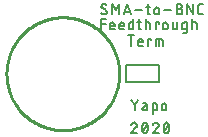
<source format=gto>
G04 EAGLE Gerber RS-274X export*
G75*
%MOMM*%
%FSLAX34Y34*%
%LPD*%
%INSilkscreen Top*%
%IPPOS*%
%AMOC8*
5,1,8,0,0,1.08239X$1,22.5*%
G01*
%ADD10C,0.127000*%
%ADD11C,0.254000*%


D10*
X92498Y126365D02*
X92584Y126367D01*
X92670Y126373D01*
X92756Y126382D01*
X92841Y126395D01*
X92926Y126412D01*
X93009Y126432D01*
X93092Y126456D01*
X93174Y126484D01*
X93254Y126515D01*
X93333Y126550D01*
X93410Y126588D01*
X93486Y126630D01*
X93560Y126674D01*
X93631Y126722D01*
X93701Y126773D01*
X93768Y126827D01*
X93833Y126884D01*
X93895Y126944D01*
X93955Y127006D01*
X94012Y127071D01*
X94066Y127138D01*
X94117Y127208D01*
X94165Y127279D01*
X94209Y127353D01*
X94251Y127429D01*
X94289Y127506D01*
X94324Y127585D01*
X94355Y127665D01*
X94383Y127747D01*
X94407Y127830D01*
X94427Y127913D01*
X94444Y127998D01*
X94457Y128083D01*
X94466Y128169D01*
X94472Y128255D01*
X94474Y128341D01*
X92498Y126365D02*
X92371Y126367D01*
X92245Y126373D01*
X92118Y126382D01*
X91992Y126396D01*
X91867Y126413D01*
X91742Y126434D01*
X91618Y126459D01*
X91494Y126488D01*
X91372Y126520D01*
X91250Y126556D01*
X91130Y126596D01*
X91011Y126639D01*
X90893Y126686D01*
X90777Y126737D01*
X90662Y126791D01*
X90549Y126848D01*
X90438Y126909D01*
X90329Y126973D01*
X90222Y127041D01*
X90116Y127111D01*
X90013Y127185D01*
X89913Y127262D01*
X89815Y127342D01*
X89719Y127425D01*
X89626Y127511D01*
X89535Y127600D01*
X89782Y133279D02*
X89784Y133365D01*
X89790Y133451D01*
X89799Y133537D01*
X89812Y133622D01*
X89829Y133707D01*
X89849Y133790D01*
X89873Y133873D01*
X89901Y133955D01*
X89932Y134035D01*
X89967Y134114D01*
X90005Y134191D01*
X90047Y134267D01*
X90091Y134341D01*
X90139Y134412D01*
X90190Y134482D01*
X90244Y134549D01*
X90301Y134614D01*
X90361Y134676D01*
X90423Y134736D01*
X90488Y134793D01*
X90555Y134847D01*
X90625Y134898D01*
X90696Y134946D01*
X90770Y134990D01*
X90846Y135032D01*
X90923Y135070D01*
X91002Y135105D01*
X91082Y135136D01*
X91164Y135164D01*
X91247Y135188D01*
X91330Y135208D01*
X91415Y135225D01*
X91500Y135238D01*
X91586Y135247D01*
X91672Y135253D01*
X91758Y135255D01*
X91877Y135253D01*
X91996Y135247D01*
X92115Y135238D01*
X92233Y135224D01*
X92351Y135207D01*
X92469Y135186D01*
X92585Y135161D01*
X92701Y135133D01*
X92816Y135101D01*
X92929Y135065D01*
X93042Y135025D01*
X93153Y134982D01*
X93263Y134936D01*
X93371Y134886D01*
X93477Y134832D01*
X93582Y134775D01*
X93684Y134715D01*
X93785Y134651D01*
X93884Y134584D01*
X93980Y134514D01*
X90770Y131551D02*
X90696Y131596D01*
X90624Y131645D01*
X90554Y131697D01*
X90487Y131752D01*
X90422Y131810D01*
X90360Y131870D01*
X90301Y131933D01*
X90244Y131999D01*
X90190Y132067D01*
X90139Y132137D01*
X90091Y132209D01*
X90046Y132284D01*
X90005Y132360D01*
X89967Y132438D01*
X89932Y132518D01*
X89901Y132599D01*
X89873Y132681D01*
X89849Y132764D01*
X89829Y132848D01*
X89812Y132934D01*
X89799Y133019D01*
X89790Y133106D01*
X89784Y133192D01*
X89782Y133279D01*
X93485Y130069D02*
X93559Y130024D01*
X93631Y129975D01*
X93701Y129923D01*
X93768Y129868D01*
X93833Y129810D01*
X93895Y129750D01*
X93955Y129687D01*
X94011Y129621D01*
X94065Y129553D01*
X94116Y129483D01*
X94164Y129411D01*
X94209Y129336D01*
X94250Y129260D01*
X94288Y129182D01*
X94323Y129102D01*
X94354Y129021D01*
X94382Y128939D01*
X94406Y128856D01*
X94426Y128772D01*
X94443Y128686D01*
X94456Y128601D01*
X94465Y128514D01*
X94471Y128428D01*
X94473Y128341D01*
X93486Y130069D02*
X90770Y131551D01*
X98795Y135255D02*
X98795Y126365D01*
X101758Y130316D02*
X98795Y135255D01*
X101758Y130316D02*
X104721Y135255D01*
X104721Y126365D01*
X108853Y126365D02*
X111816Y135255D01*
X114780Y126365D01*
X114039Y128588D02*
X109594Y128588D01*
X118607Y129822D02*
X124533Y129822D01*
X127918Y132292D02*
X130882Y132292D01*
X128906Y135255D02*
X128906Y127847D01*
X128908Y127772D01*
X128914Y127697D01*
X128923Y127623D01*
X128936Y127549D01*
X128953Y127476D01*
X128974Y127403D01*
X128998Y127332D01*
X129026Y127263D01*
X129057Y127194D01*
X129092Y127128D01*
X129130Y127063D01*
X129172Y127000D01*
X129216Y126940D01*
X129264Y126882D01*
X129314Y126826D01*
X129367Y126773D01*
X129423Y126723D01*
X129481Y126675D01*
X129541Y126631D01*
X129604Y126589D01*
X129669Y126551D01*
X129735Y126516D01*
X129804Y126485D01*
X129873Y126457D01*
X129944Y126433D01*
X130017Y126412D01*
X130090Y126395D01*
X130164Y126382D01*
X130238Y126373D01*
X130313Y126367D01*
X130388Y126365D01*
X130882Y126365D01*
X134530Y128341D02*
X134530Y130316D01*
X134529Y130316D02*
X134531Y130403D01*
X134537Y130491D01*
X134546Y130578D01*
X134560Y130664D01*
X134577Y130750D01*
X134598Y130834D01*
X134623Y130918D01*
X134652Y131001D01*
X134684Y131082D01*
X134719Y131162D01*
X134758Y131240D01*
X134801Y131317D01*
X134847Y131391D01*
X134896Y131463D01*
X134948Y131533D01*
X135004Y131601D01*
X135062Y131666D01*
X135123Y131729D01*
X135187Y131788D01*
X135254Y131845D01*
X135322Y131899D01*
X135394Y131950D01*
X135467Y131997D01*
X135542Y132042D01*
X135620Y132083D01*
X135699Y132120D01*
X135779Y132154D01*
X135861Y132184D01*
X135944Y132211D01*
X136029Y132234D01*
X136114Y132253D01*
X136200Y132268D01*
X136287Y132280D01*
X136374Y132288D01*
X136461Y132292D01*
X136549Y132292D01*
X136636Y132288D01*
X136723Y132280D01*
X136810Y132268D01*
X136896Y132253D01*
X136981Y132234D01*
X137066Y132211D01*
X137149Y132184D01*
X137231Y132154D01*
X137311Y132120D01*
X137390Y132083D01*
X137468Y132042D01*
X137543Y131997D01*
X137616Y131950D01*
X137688Y131899D01*
X137756Y131845D01*
X137823Y131788D01*
X137887Y131729D01*
X137948Y131666D01*
X138006Y131601D01*
X138062Y131533D01*
X138114Y131463D01*
X138163Y131391D01*
X138209Y131317D01*
X138252Y131240D01*
X138291Y131162D01*
X138326Y131082D01*
X138358Y131001D01*
X138387Y130918D01*
X138412Y130834D01*
X138433Y130750D01*
X138450Y130664D01*
X138464Y130578D01*
X138473Y130491D01*
X138479Y130403D01*
X138481Y130316D01*
X138481Y128341D01*
X138479Y128254D01*
X138473Y128166D01*
X138464Y128079D01*
X138450Y127993D01*
X138433Y127907D01*
X138412Y127823D01*
X138387Y127739D01*
X138358Y127656D01*
X138326Y127575D01*
X138291Y127495D01*
X138252Y127417D01*
X138209Y127340D01*
X138163Y127266D01*
X138114Y127194D01*
X138062Y127124D01*
X138006Y127056D01*
X137948Y126991D01*
X137887Y126928D01*
X137823Y126869D01*
X137756Y126812D01*
X137688Y126758D01*
X137616Y126707D01*
X137543Y126660D01*
X137468Y126615D01*
X137390Y126574D01*
X137311Y126537D01*
X137231Y126503D01*
X137149Y126473D01*
X137066Y126446D01*
X136981Y126423D01*
X136896Y126404D01*
X136810Y126389D01*
X136723Y126377D01*
X136636Y126369D01*
X136549Y126365D01*
X136461Y126365D01*
X136374Y126369D01*
X136287Y126377D01*
X136200Y126389D01*
X136114Y126404D01*
X136029Y126423D01*
X135944Y126446D01*
X135861Y126473D01*
X135779Y126503D01*
X135699Y126537D01*
X135620Y126574D01*
X135542Y126615D01*
X135467Y126660D01*
X135394Y126707D01*
X135322Y126758D01*
X135254Y126812D01*
X135187Y126869D01*
X135123Y126928D01*
X135062Y126991D01*
X135004Y127056D01*
X134948Y127124D01*
X134896Y127194D01*
X134847Y127266D01*
X134801Y127340D01*
X134758Y127417D01*
X134719Y127495D01*
X134684Y127575D01*
X134652Y127656D01*
X134623Y127739D01*
X134598Y127823D01*
X134577Y127907D01*
X134560Y127993D01*
X134546Y128079D01*
X134537Y128166D01*
X134531Y128254D01*
X134529Y128341D01*
X142686Y129822D02*
X148612Y129822D01*
X153412Y131304D02*
X155881Y131304D01*
X155881Y131303D02*
X155979Y131301D01*
X156077Y131295D01*
X156175Y131285D01*
X156272Y131272D01*
X156369Y131254D01*
X156465Y131233D01*
X156559Y131208D01*
X156653Y131179D01*
X156746Y131147D01*
X156837Y131110D01*
X156927Y131071D01*
X157015Y131027D01*
X157101Y130980D01*
X157186Y130930D01*
X157268Y130877D01*
X157348Y130820D01*
X157426Y130760D01*
X157501Y130697D01*
X157574Y130631D01*
X157644Y130562D01*
X157711Y130491D01*
X157776Y130417D01*
X157837Y130340D01*
X157896Y130261D01*
X157951Y130180D01*
X158003Y130097D01*
X158051Y130011D01*
X158096Y129924D01*
X158138Y129835D01*
X158176Y129745D01*
X158210Y129653D01*
X158241Y129560D01*
X158268Y129465D01*
X158291Y129370D01*
X158311Y129273D01*
X158326Y129177D01*
X158338Y129079D01*
X158346Y128981D01*
X158350Y128883D01*
X158350Y128785D01*
X158346Y128687D01*
X158338Y128589D01*
X158326Y128491D01*
X158311Y128395D01*
X158291Y128298D01*
X158268Y128203D01*
X158241Y128108D01*
X158210Y128015D01*
X158176Y127923D01*
X158138Y127833D01*
X158096Y127744D01*
X158051Y127657D01*
X158003Y127571D01*
X157951Y127488D01*
X157896Y127407D01*
X157837Y127328D01*
X157776Y127251D01*
X157711Y127177D01*
X157644Y127106D01*
X157574Y127037D01*
X157501Y126971D01*
X157426Y126908D01*
X157348Y126848D01*
X157268Y126791D01*
X157186Y126738D01*
X157101Y126688D01*
X157015Y126641D01*
X156927Y126597D01*
X156837Y126558D01*
X156746Y126521D01*
X156653Y126489D01*
X156559Y126460D01*
X156465Y126435D01*
X156369Y126414D01*
X156272Y126396D01*
X156175Y126383D01*
X156077Y126373D01*
X155979Y126367D01*
X155881Y126365D01*
X153412Y126365D01*
X153412Y135255D01*
X155881Y135255D01*
X155968Y135253D01*
X156056Y135247D01*
X156143Y135238D01*
X156229Y135224D01*
X156315Y135207D01*
X156399Y135186D01*
X156483Y135161D01*
X156566Y135132D01*
X156647Y135100D01*
X156727Y135065D01*
X156805Y135026D01*
X156882Y134983D01*
X156956Y134937D01*
X157028Y134888D01*
X157098Y134836D01*
X157166Y134780D01*
X157231Y134722D01*
X157294Y134661D01*
X157353Y134597D01*
X157410Y134530D01*
X157464Y134462D01*
X157515Y134390D01*
X157562Y134317D01*
X157607Y134242D01*
X157648Y134164D01*
X157685Y134085D01*
X157719Y134005D01*
X157749Y133923D01*
X157776Y133840D01*
X157799Y133755D01*
X157818Y133670D01*
X157833Y133584D01*
X157845Y133497D01*
X157853Y133410D01*
X157857Y133323D01*
X157857Y133235D01*
X157853Y133148D01*
X157845Y133061D01*
X157833Y132974D01*
X157818Y132888D01*
X157799Y132803D01*
X157776Y132718D01*
X157749Y132635D01*
X157719Y132553D01*
X157685Y132473D01*
X157648Y132394D01*
X157607Y132316D01*
X157562Y132241D01*
X157515Y132168D01*
X157464Y132096D01*
X157410Y132028D01*
X157353Y131961D01*
X157294Y131897D01*
X157231Y131836D01*
X157166Y131778D01*
X157098Y131722D01*
X157028Y131670D01*
X156956Y131621D01*
X156882Y131575D01*
X156805Y131532D01*
X156727Y131493D01*
X156647Y131458D01*
X156566Y131426D01*
X156483Y131397D01*
X156399Y131372D01*
X156315Y131351D01*
X156229Y131334D01*
X156143Y131320D01*
X156056Y131311D01*
X155968Y131305D01*
X155881Y131303D01*
X162382Y135255D02*
X162382Y126365D01*
X167321Y126365D02*
X162382Y135255D01*
X167321Y135255D02*
X167321Y126365D01*
X173772Y126365D02*
X175748Y126365D01*
X173772Y126365D02*
X173686Y126367D01*
X173600Y126373D01*
X173514Y126382D01*
X173429Y126395D01*
X173344Y126412D01*
X173261Y126432D01*
X173178Y126456D01*
X173096Y126484D01*
X173016Y126515D01*
X172937Y126550D01*
X172860Y126588D01*
X172784Y126630D01*
X172710Y126674D01*
X172639Y126722D01*
X172569Y126773D01*
X172502Y126827D01*
X172437Y126884D01*
X172375Y126944D01*
X172315Y127006D01*
X172258Y127071D01*
X172204Y127138D01*
X172153Y127208D01*
X172105Y127279D01*
X172061Y127353D01*
X172019Y127429D01*
X171981Y127506D01*
X171946Y127585D01*
X171915Y127665D01*
X171887Y127747D01*
X171863Y127830D01*
X171843Y127913D01*
X171826Y127998D01*
X171813Y128083D01*
X171804Y128169D01*
X171798Y128255D01*
X171796Y128341D01*
X171797Y128341D02*
X171797Y133279D01*
X171796Y133279D02*
X171798Y133368D01*
X171804Y133456D01*
X171814Y133544D01*
X171828Y133632D01*
X171846Y133719D01*
X171867Y133805D01*
X171893Y133890D01*
X171922Y133973D01*
X171955Y134056D01*
X171992Y134136D01*
X172032Y134215D01*
X172076Y134292D01*
X172123Y134368D01*
X172173Y134440D01*
X172227Y134511D01*
X172284Y134579D01*
X172344Y134645D01*
X172406Y134707D01*
X172472Y134767D01*
X172540Y134824D01*
X172611Y134878D01*
X172683Y134928D01*
X172758Y134975D01*
X172836Y135019D01*
X172915Y135059D01*
X172995Y135096D01*
X173078Y135129D01*
X173161Y135158D01*
X173246Y135184D01*
X173332Y135205D01*
X173419Y135223D01*
X173507Y135237D01*
X173595Y135247D01*
X173683Y135253D01*
X173772Y135255D01*
X175748Y135255D01*
X89535Y122555D02*
X89535Y113665D01*
X89535Y122555D02*
X93486Y122555D01*
X93486Y118604D02*
X89535Y118604D01*
X98498Y113665D02*
X100967Y113665D01*
X98498Y113665D02*
X98423Y113667D01*
X98348Y113673D01*
X98274Y113682D01*
X98200Y113695D01*
X98127Y113712D01*
X98054Y113733D01*
X97983Y113757D01*
X97914Y113785D01*
X97845Y113816D01*
X97779Y113851D01*
X97714Y113889D01*
X97651Y113931D01*
X97591Y113975D01*
X97533Y114023D01*
X97477Y114073D01*
X97424Y114126D01*
X97374Y114182D01*
X97326Y114240D01*
X97282Y114300D01*
X97240Y114363D01*
X97202Y114428D01*
X97167Y114494D01*
X97136Y114563D01*
X97108Y114632D01*
X97084Y114703D01*
X97063Y114776D01*
X97046Y114849D01*
X97033Y114923D01*
X97024Y114997D01*
X97018Y115072D01*
X97016Y115147D01*
X97016Y117616D01*
X97018Y117703D01*
X97024Y117791D01*
X97033Y117878D01*
X97047Y117964D01*
X97064Y118050D01*
X97085Y118134D01*
X97110Y118218D01*
X97139Y118301D01*
X97171Y118382D01*
X97206Y118462D01*
X97245Y118540D01*
X97288Y118617D01*
X97334Y118691D01*
X97383Y118763D01*
X97435Y118833D01*
X97491Y118901D01*
X97549Y118966D01*
X97610Y119029D01*
X97674Y119088D01*
X97741Y119145D01*
X97809Y119199D01*
X97881Y119250D01*
X97954Y119297D01*
X98029Y119342D01*
X98107Y119383D01*
X98186Y119420D01*
X98266Y119454D01*
X98348Y119484D01*
X98431Y119511D01*
X98516Y119534D01*
X98601Y119553D01*
X98687Y119568D01*
X98774Y119580D01*
X98861Y119588D01*
X98948Y119592D01*
X99036Y119592D01*
X99123Y119588D01*
X99210Y119580D01*
X99297Y119568D01*
X99383Y119553D01*
X99468Y119534D01*
X99553Y119511D01*
X99636Y119484D01*
X99718Y119454D01*
X99798Y119420D01*
X99877Y119383D01*
X99955Y119342D01*
X100030Y119297D01*
X100103Y119250D01*
X100175Y119199D01*
X100243Y119145D01*
X100310Y119088D01*
X100374Y119029D01*
X100435Y118966D01*
X100493Y118901D01*
X100549Y118833D01*
X100601Y118763D01*
X100650Y118691D01*
X100696Y118617D01*
X100739Y118540D01*
X100778Y118462D01*
X100813Y118382D01*
X100845Y118301D01*
X100874Y118218D01*
X100899Y118134D01*
X100920Y118050D01*
X100937Y117964D01*
X100951Y117878D01*
X100960Y117791D01*
X100966Y117703D01*
X100968Y117616D01*
X100967Y117616D02*
X100967Y116628D01*
X97016Y116628D01*
X106423Y113665D02*
X108892Y113665D01*
X106423Y113665D02*
X106348Y113667D01*
X106273Y113673D01*
X106199Y113682D01*
X106125Y113695D01*
X106052Y113712D01*
X105979Y113733D01*
X105908Y113757D01*
X105839Y113785D01*
X105770Y113816D01*
X105704Y113851D01*
X105639Y113889D01*
X105576Y113931D01*
X105516Y113975D01*
X105458Y114023D01*
X105402Y114073D01*
X105349Y114126D01*
X105299Y114182D01*
X105251Y114240D01*
X105207Y114300D01*
X105165Y114363D01*
X105127Y114428D01*
X105092Y114494D01*
X105061Y114563D01*
X105033Y114632D01*
X105009Y114703D01*
X104988Y114776D01*
X104971Y114849D01*
X104958Y114923D01*
X104949Y114997D01*
X104943Y115072D01*
X104941Y115147D01*
X104941Y117616D01*
X104940Y117616D02*
X104942Y117703D01*
X104948Y117791D01*
X104957Y117878D01*
X104971Y117964D01*
X104988Y118050D01*
X105009Y118134D01*
X105034Y118218D01*
X105063Y118301D01*
X105095Y118382D01*
X105130Y118462D01*
X105169Y118540D01*
X105212Y118617D01*
X105258Y118691D01*
X105307Y118763D01*
X105359Y118833D01*
X105415Y118901D01*
X105473Y118966D01*
X105534Y119029D01*
X105598Y119088D01*
X105665Y119145D01*
X105733Y119199D01*
X105805Y119250D01*
X105878Y119297D01*
X105953Y119342D01*
X106031Y119383D01*
X106110Y119420D01*
X106190Y119454D01*
X106272Y119484D01*
X106355Y119511D01*
X106440Y119534D01*
X106525Y119553D01*
X106611Y119568D01*
X106698Y119580D01*
X106785Y119588D01*
X106872Y119592D01*
X106960Y119592D01*
X107047Y119588D01*
X107134Y119580D01*
X107221Y119568D01*
X107307Y119553D01*
X107392Y119534D01*
X107477Y119511D01*
X107560Y119484D01*
X107642Y119454D01*
X107722Y119420D01*
X107801Y119383D01*
X107879Y119342D01*
X107954Y119297D01*
X108027Y119250D01*
X108099Y119199D01*
X108167Y119145D01*
X108234Y119088D01*
X108298Y119029D01*
X108359Y118966D01*
X108417Y118901D01*
X108473Y118833D01*
X108525Y118763D01*
X108574Y118691D01*
X108620Y118617D01*
X108663Y118540D01*
X108702Y118462D01*
X108737Y118382D01*
X108769Y118301D01*
X108798Y118218D01*
X108823Y118134D01*
X108844Y118050D01*
X108861Y117964D01*
X108875Y117878D01*
X108884Y117791D01*
X108890Y117703D01*
X108892Y117616D01*
X108892Y116628D01*
X104941Y116628D01*
X116756Y113665D02*
X116756Y122555D01*
X116756Y113665D02*
X114287Y113665D01*
X114212Y113667D01*
X114137Y113673D01*
X114063Y113682D01*
X113989Y113695D01*
X113916Y113712D01*
X113843Y113733D01*
X113772Y113757D01*
X113703Y113785D01*
X113634Y113816D01*
X113568Y113851D01*
X113503Y113889D01*
X113440Y113931D01*
X113380Y113975D01*
X113322Y114023D01*
X113266Y114073D01*
X113213Y114126D01*
X113163Y114182D01*
X113115Y114240D01*
X113071Y114300D01*
X113029Y114363D01*
X112991Y114428D01*
X112956Y114494D01*
X112925Y114563D01*
X112897Y114632D01*
X112873Y114703D01*
X112852Y114776D01*
X112835Y114849D01*
X112822Y114923D01*
X112813Y114997D01*
X112807Y115072D01*
X112805Y115147D01*
X112805Y118110D01*
X112807Y118185D01*
X112813Y118260D01*
X112822Y118334D01*
X112835Y118408D01*
X112852Y118481D01*
X112873Y118554D01*
X112897Y118625D01*
X112925Y118694D01*
X112956Y118763D01*
X112991Y118829D01*
X113029Y118894D01*
X113071Y118957D01*
X113115Y119017D01*
X113163Y119075D01*
X113213Y119131D01*
X113266Y119184D01*
X113322Y119234D01*
X113380Y119282D01*
X113440Y119326D01*
X113503Y119368D01*
X113568Y119406D01*
X113634Y119441D01*
X113703Y119472D01*
X113772Y119500D01*
X113843Y119524D01*
X113916Y119545D01*
X113989Y119562D01*
X114063Y119575D01*
X114137Y119584D01*
X114212Y119590D01*
X114287Y119592D01*
X116756Y119592D01*
X120275Y119592D02*
X123239Y119592D01*
X121263Y122555D02*
X121263Y115147D01*
X121265Y115072D01*
X121271Y114997D01*
X121280Y114923D01*
X121293Y114849D01*
X121310Y114776D01*
X121331Y114703D01*
X121355Y114632D01*
X121383Y114563D01*
X121414Y114494D01*
X121449Y114428D01*
X121487Y114363D01*
X121529Y114300D01*
X121573Y114240D01*
X121621Y114182D01*
X121671Y114126D01*
X121724Y114073D01*
X121780Y114023D01*
X121838Y113975D01*
X121898Y113931D01*
X121961Y113889D01*
X122026Y113851D01*
X122092Y113816D01*
X122161Y113785D01*
X122230Y113757D01*
X122301Y113733D01*
X122374Y113712D01*
X122447Y113695D01*
X122521Y113682D01*
X122595Y113673D01*
X122670Y113667D01*
X122745Y113665D01*
X123239Y113665D01*
X127191Y113665D02*
X127191Y122555D01*
X127191Y119592D02*
X129661Y119592D01*
X129736Y119590D01*
X129811Y119584D01*
X129885Y119575D01*
X129959Y119562D01*
X130032Y119545D01*
X130105Y119524D01*
X130176Y119500D01*
X130245Y119472D01*
X130314Y119441D01*
X130380Y119406D01*
X130445Y119368D01*
X130508Y119326D01*
X130568Y119282D01*
X130626Y119234D01*
X130682Y119184D01*
X130735Y119131D01*
X130785Y119075D01*
X130833Y119017D01*
X130877Y118957D01*
X130919Y118894D01*
X130957Y118829D01*
X130992Y118763D01*
X131023Y118694D01*
X131051Y118625D01*
X131075Y118554D01*
X131096Y118481D01*
X131113Y118408D01*
X131126Y118334D01*
X131135Y118260D01*
X131141Y118185D01*
X131143Y118110D01*
X131142Y118110D02*
X131142Y113665D01*
X135794Y113665D02*
X135794Y119592D01*
X138757Y119592D01*
X138757Y118604D01*
X141822Y117616D02*
X141822Y115641D01*
X141821Y117616D02*
X141823Y117703D01*
X141829Y117791D01*
X141838Y117878D01*
X141852Y117964D01*
X141869Y118050D01*
X141890Y118134D01*
X141915Y118218D01*
X141944Y118301D01*
X141976Y118382D01*
X142011Y118462D01*
X142050Y118540D01*
X142093Y118617D01*
X142139Y118691D01*
X142188Y118763D01*
X142240Y118833D01*
X142296Y118901D01*
X142354Y118966D01*
X142415Y119029D01*
X142479Y119088D01*
X142546Y119145D01*
X142614Y119199D01*
X142686Y119250D01*
X142759Y119297D01*
X142834Y119342D01*
X142912Y119383D01*
X142991Y119420D01*
X143071Y119454D01*
X143153Y119484D01*
X143236Y119511D01*
X143321Y119534D01*
X143406Y119553D01*
X143492Y119568D01*
X143579Y119580D01*
X143666Y119588D01*
X143753Y119592D01*
X143841Y119592D01*
X143928Y119588D01*
X144015Y119580D01*
X144102Y119568D01*
X144188Y119553D01*
X144273Y119534D01*
X144358Y119511D01*
X144441Y119484D01*
X144523Y119454D01*
X144603Y119420D01*
X144682Y119383D01*
X144760Y119342D01*
X144835Y119297D01*
X144908Y119250D01*
X144980Y119199D01*
X145048Y119145D01*
X145115Y119088D01*
X145179Y119029D01*
X145240Y118966D01*
X145298Y118901D01*
X145354Y118833D01*
X145406Y118763D01*
X145455Y118691D01*
X145501Y118617D01*
X145544Y118540D01*
X145583Y118462D01*
X145618Y118382D01*
X145650Y118301D01*
X145679Y118218D01*
X145704Y118134D01*
X145725Y118050D01*
X145742Y117964D01*
X145756Y117878D01*
X145765Y117791D01*
X145771Y117703D01*
X145773Y117616D01*
X145773Y115641D01*
X145771Y115554D01*
X145765Y115466D01*
X145756Y115379D01*
X145742Y115293D01*
X145725Y115207D01*
X145704Y115123D01*
X145679Y115039D01*
X145650Y114956D01*
X145618Y114875D01*
X145583Y114795D01*
X145544Y114717D01*
X145501Y114640D01*
X145455Y114566D01*
X145406Y114494D01*
X145354Y114424D01*
X145298Y114356D01*
X145240Y114291D01*
X145179Y114228D01*
X145115Y114169D01*
X145048Y114112D01*
X144980Y114058D01*
X144908Y114007D01*
X144835Y113960D01*
X144760Y113915D01*
X144682Y113874D01*
X144603Y113837D01*
X144523Y113803D01*
X144441Y113773D01*
X144358Y113746D01*
X144273Y113723D01*
X144188Y113704D01*
X144102Y113689D01*
X144015Y113677D01*
X143928Y113669D01*
X143841Y113665D01*
X143753Y113665D01*
X143666Y113669D01*
X143579Y113677D01*
X143492Y113689D01*
X143406Y113704D01*
X143321Y113723D01*
X143236Y113746D01*
X143153Y113773D01*
X143071Y113803D01*
X142991Y113837D01*
X142912Y113874D01*
X142834Y113915D01*
X142759Y113960D01*
X142686Y114007D01*
X142614Y114058D01*
X142546Y114112D01*
X142479Y114169D01*
X142415Y114228D01*
X142354Y114291D01*
X142296Y114356D01*
X142240Y114424D01*
X142188Y114494D01*
X142139Y114566D01*
X142093Y114640D01*
X142050Y114717D01*
X142011Y114795D01*
X141976Y114875D01*
X141944Y114956D01*
X141915Y115039D01*
X141890Y115123D01*
X141869Y115207D01*
X141852Y115293D01*
X141838Y115379D01*
X141829Y115466D01*
X141823Y115554D01*
X141821Y115641D01*
X150051Y115147D02*
X150051Y119592D01*
X150051Y115147D02*
X150053Y115072D01*
X150059Y114997D01*
X150068Y114923D01*
X150081Y114849D01*
X150098Y114776D01*
X150119Y114703D01*
X150143Y114632D01*
X150171Y114563D01*
X150202Y114494D01*
X150237Y114428D01*
X150275Y114363D01*
X150317Y114300D01*
X150361Y114240D01*
X150409Y114182D01*
X150459Y114126D01*
X150512Y114073D01*
X150568Y114023D01*
X150626Y113975D01*
X150686Y113931D01*
X150749Y113889D01*
X150814Y113851D01*
X150880Y113816D01*
X150949Y113785D01*
X151018Y113757D01*
X151089Y113733D01*
X151162Y113712D01*
X151235Y113695D01*
X151309Y113682D01*
X151383Y113673D01*
X151458Y113667D01*
X151533Y113665D01*
X154002Y113665D01*
X154002Y119592D01*
X159702Y113665D02*
X162171Y113665D01*
X159702Y113665D02*
X159627Y113667D01*
X159552Y113673D01*
X159478Y113682D01*
X159404Y113695D01*
X159331Y113712D01*
X159258Y113733D01*
X159187Y113757D01*
X159118Y113785D01*
X159049Y113816D01*
X158983Y113851D01*
X158918Y113889D01*
X158855Y113931D01*
X158795Y113975D01*
X158737Y114023D01*
X158681Y114073D01*
X158628Y114126D01*
X158578Y114182D01*
X158530Y114240D01*
X158486Y114300D01*
X158444Y114363D01*
X158406Y114428D01*
X158371Y114494D01*
X158340Y114563D01*
X158312Y114632D01*
X158288Y114703D01*
X158267Y114776D01*
X158250Y114849D01*
X158237Y114923D01*
X158228Y114997D01*
X158222Y115072D01*
X158220Y115147D01*
X158220Y118110D01*
X158222Y118185D01*
X158228Y118260D01*
X158237Y118334D01*
X158250Y118408D01*
X158267Y118481D01*
X158288Y118554D01*
X158312Y118625D01*
X158340Y118694D01*
X158371Y118763D01*
X158406Y118829D01*
X158444Y118894D01*
X158486Y118957D01*
X158530Y119017D01*
X158578Y119075D01*
X158628Y119131D01*
X158681Y119184D01*
X158737Y119234D01*
X158795Y119282D01*
X158855Y119326D01*
X158918Y119368D01*
X158983Y119406D01*
X159049Y119441D01*
X159118Y119472D01*
X159187Y119500D01*
X159258Y119524D01*
X159331Y119545D01*
X159404Y119562D01*
X159478Y119575D01*
X159552Y119584D01*
X159627Y119590D01*
X159702Y119592D01*
X162171Y119592D01*
X162171Y112183D01*
X162172Y112183D02*
X162170Y112108D01*
X162164Y112033D01*
X162155Y111959D01*
X162142Y111885D01*
X162125Y111812D01*
X162104Y111739D01*
X162080Y111668D01*
X162052Y111599D01*
X162021Y111530D01*
X161986Y111464D01*
X161948Y111399D01*
X161906Y111336D01*
X161862Y111276D01*
X161814Y111218D01*
X161764Y111162D01*
X161711Y111109D01*
X161655Y111059D01*
X161597Y111011D01*
X161537Y110967D01*
X161474Y110925D01*
X161409Y110887D01*
X161343Y110852D01*
X161274Y110821D01*
X161205Y110793D01*
X161134Y110769D01*
X161061Y110748D01*
X160988Y110731D01*
X160914Y110718D01*
X160840Y110709D01*
X160765Y110703D01*
X160690Y110701D01*
X160690Y110702D02*
X158714Y110702D01*
X166815Y113665D02*
X166815Y122555D01*
X166815Y119592D02*
X169284Y119592D01*
X169359Y119590D01*
X169434Y119584D01*
X169508Y119575D01*
X169582Y119562D01*
X169655Y119545D01*
X169728Y119524D01*
X169799Y119500D01*
X169868Y119472D01*
X169937Y119441D01*
X170003Y119406D01*
X170068Y119368D01*
X170131Y119326D01*
X170191Y119282D01*
X170249Y119234D01*
X170305Y119184D01*
X170358Y119131D01*
X170408Y119075D01*
X170456Y119017D01*
X170500Y118957D01*
X170542Y118894D01*
X170580Y118829D01*
X170615Y118763D01*
X170646Y118694D01*
X170674Y118625D01*
X170698Y118554D01*
X170719Y118481D01*
X170736Y118408D01*
X170749Y118334D01*
X170758Y118260D01*
X170764Y118185D01*
X170766Y118110D01*
X170766Y113665D01*
X114864Y108585D02*
X114864Y99695D01*
X112395Y108585D02*
X117334Y108585D01*
X122295Y99695D02*
X124765Y99695D01*
X122295Y99695D02*
X122220Y99697D01*
X122145Y99703D01*
X122071Y99712D01*
X121997Y99725D01*
X121924Y99742D01*
X121851Y99763D01*
X121780Y99787D01*
X121711Y99815D01*
X121642Y99846D01*
X121576Y99881D01*
X121511Y99919D01*
X121448Y99961D01*
X121388Y100005D01*
X121330Y100053D01*
X121274Y100103D01*
X121221Y100156D01*
X121171Y100212D01*
X121123Y100270D01*
X121079Y100330D01*
X121037Y100393D01*
X120999Y100458D01*
X120964Y100524D01*
X120933Y100593D01*
X120905Y100662D01*
X120881Y100733D01*
X120860Y100806D01*
X120843Y100879D01*
X120830Y100953D01*
X120821Y101027D01*
X120815Y101102D01*
X120813Y101177D01*
X120814Y101177D02*
X120814Y103646D01*
X120813Y103646D02*
X120815Y103733D01*
X120821Y103821D01*
X120830Y103908D01*
X120844Y103994D01*
X120861Y104080D01*
X120882Y104164D01*
X120907Y104248D01*
X120936Y104331D01*
X120968Y104412D01*
X121003Y104492D01*
X121042Y104570D01*
X121085Y104647D01*
X121131Y104721D01*
X121180Y104793D01*
X121232Y104863D01*
X121288Y104931D01*
X121346Y104996D01*
X121407Y105059D01*
X121471Y105118D01*
X121538Y105175D01*
X121606Y105229D01*
X121678Y105280D01*
X121751Y105327D01*
X121826Y105372D01*
X121904Y105413D01*
X121983Y105450D01*
X122063Y105484D01*
X122145Y105514D01*
X122228Y105541D01*
X122313Y105564D01*
X122398Y105583D01*
X122484Y105598D01*
X122571Y105610D01*
X122658Y105618D01*
X122745Y105622D01*
X122833Y105622D01*
X122920Y105618D01*
X123007Y105610D01*
X123094Y105598D01*
X123180Y105583D01*
X123265Y105564D01*
X123350Y105541D01*
X123433Y105514D01*
X123515Y105484D01*
X123595Y105450D01*
X123674Y105413D01*
X123752Y105372D01*
X123827Y105327D01*
X123900Y105280D01*
X123972Y105229D01*
X124040Y105175D01*
X124107Y105118D01*
X124171Y105059D01*
X124232Y104996D01*
X124290Y104931D01*
X124346Y104863D01*
X124398Y104793D01*
X124447Y104721D01*
X124493Y104647D01*
X124536Y104570D01*
X124575Y104492D01*
X124610Y104412D01*
X124642Y104331D01*
X124671Y104248D01*
X124696Y104164D01*
X124717Y104080D01*
X124734Y103994D01*
X124748Y103908D01*
X124757Y103821D01*
X124763Y103733D01*
X124765Y103646D01*
X124765Y102658D01*
X120814Y102658D01*
X129111Y99695D02*
X129111Y105622D01*
X132075Y105622D01*
X132075Y104634D01*
X135675Y105622D02*
X135675Y99695D01*
X135675Y105622D02*
X140120Y105622D01*
X140195Y105620D01*
X140270Y105614D01*
X140344Y105605D01*
X140418Y105592D01*
X140491Y105575D01*
X140564Y105554D01*
X140635Y105530D01*
X140704Y105502D01*
X140773Y105471D01*
X140839Y105436D01*
X140904Y105398D01*
X140967Y105356D01*
X141027Y105312D01*
X141085Y105264D01*
X141141Y105214D01*
X141194Y105161D01*
X141244Y105105D01*
X141292Y105047D01*
X141336Y104987D01*
X141378Y104924D01*
X141416Y104859D01*
X141451Y104793D01*
X141482Y104724D01*
X141510Y104655D01*
X141534Y104584D01*
X141555Y104511D01*
X141572Y104438D01*
X141585Y104364D01*
X141594Y104290D01*
X141600Y104215D01*
X141602Y104140D01*
X141602Y99695D01*
X138639Y99695D02*
X138639Y105622D01*
X114935Y53975D02*
X117898Y49777D01*
X120862Y53975D01*
X117898Y49777D02*
X117898Y45085D01*
X126125Y48542D02*
X128348Y48542D01*
X126125Y48543D02*
X126043Y48541D01*
X125961Y48535D01*
X125879Y48525D01*
X125798Y48512D01*
X125717Y48494D01*
X125638Y48473D01*
X125559Y48448D01*
X125482Y48419D01*
X125407Y48387D01*
X125333Y48351D01*
X125261Y48311D01*
X125190Y48269D01*
X125122Y48222D01*
X125056Y48173D01*
X124993Y48121D01*
X124932Y48065D01*
X124874Y48007D01*
X124818Y47946D01*
X124766Y47883D01*
X124717Y47817D01*
X124670Y47749D01*
X124628Y47679D01*
X124588Y47606D01*
X124552Y47532D01*
X124520Y47457D01*
X124491Y47380D01*
X124466Y47301D01*
X124445Y47222D01*
X124427Y47141D01*
X124414Y47060D01*
X124404Y46978D01*
X124398Y46896D01*
X124396Y46814D01*
X124398Y46732D01*
X124404Y46650D01*
X124414Y46568D01*
X124427Y46487D01*
X124445Y46406D01*
X124466Y46327D01*
X124491Y46248D01*
X124520Y46171D01*
X124552Y46096D01*
X124588Y46022D01*
X124628Y45950D01*
X124670Y45879D01*
X124717Y45811D01*
X124766Y45745D01*
X124818Y45682D01*
X124874Y45621D01*
X124932Y45563D01*
X124993Y45507D01*
X125056Y45455D01*
X125122Y45406D01*
X125190Y45359D01*
X125260Y45317D01*
X125333Y45277D01*
X125407Y45241D01*
X125482Y45209D01*
X125559Y45180D01*
X125638Y45155D01*
X125717Y45134D01*
X125798Y45116D01*
X125879Y45103D01*
X125961Y45093D01*
X126043Y45087D01*
X126125Y45085D01*
X128348Y45085D01*
X128348Y49530D01*
X128346Y49605D01*
X128340Y49680D01*
X128331Y49754D01*
X128318Y49828D01*
X128301Y49901D01*
X128280Y49974D01*
X128256Y50045D01*
X128228Y50114D01*
X128197Y50183D01*
X128162Y50249D01*
X128124Y50314D01*
X128082Y50377D01*
X128038Y50437D01*
X127990Y50495D01*
X127940Y50551D01*
X127887Y50604D01*
X127831Y50654D01*
X127773Y50702D01*
X127713Y50746D01*
X127650Y50788D01*
X127585Y50826D01*
X127519Y50861D01*
X127450Y50892D01*
X127381Y50920D01*
X127310Y50944D01*
X127237Y50965D01*
X127164Y50982D01*
X127090Y50995D01*
X127016Y51004D01*
X126941Y51010D01*
X126866Y51012D01*
X124891Y51012D01*
X133052Y51012D02*
X133052Y42122D01*
X133052Y51012D02*
X135521Y51012D01*
X135596Y51010D01*
X135671Y51004D01*
X135745Y50995D01*
X135819Y50982D01*
X135892Y50965D01*
X135965Y50944D01*
X136036Y50920D01*
X136105Y50892D01*
X136174Y50861D01*
X136240Y50826D01*
X136305Y50788D01*
X136368Y50746D01*
X136428Y50702D01*
X136486Y50654D01*
X136542Y50604D01*
X136595Y50551D01*
X136645Y50495D01*
X136693Y50437D01*
X136737Y50377D01*
X136779Y50314D01*
X136817Y50249D01*
X136852Y50183D01*
X136883Y50114D01*
X136911Y50045D01*
X136935Y49974D01*
X136956Y49901D01*
X136973Y49828D01*
X136986Y49754D01*
X136995Y49680D01*
X137001Y49605D01*
X137003Y49530D01*
X137003Y46567D01*
X137001Y46492D01*
X136995Y46417D01*
X136986Y46343D01*
X136973Y46269D01*
X136956Y46196D01*
X136935Y46123D01*
X136911Y46052D01*
X136883Y45983D01*
X136852Y45914D01*
X136817Y45848D01*
X136779Y45783D01*
X136737Y45720D01*
X136693Y45660D01*
X136645Y45602D01*
X136595Y45546D01*
X136542Y45493D01*
X136486Y45443D01*
X136428Y45395D01*
X136368Y45351D01*
X136305Y45309D01*
X136240Y45271D01*
X136174Y45236D01*
X136105Y45205D01*
X136036Y45177D01*
X135965Y45153D01*
X135892Y45132D01*
X135819Y45115D01*
X135745Y45102D01*
X135671Y45093D01*
X135596Y45087D01*
X135521Y45085D01*
X133052Y45085D01*
X140916Y47061D02*
X140916Y49036D01*
X140918Y49123D01*
X140924Y49211D01*
X140933Y49298D01*
X140947Y49384D01*
X140964Y49470D01*
X140985Y49554D01*
X141010Y49638D01*
X141039Y49721D01*
X141071Y49802D01*
X141106Y49882D01*
X141145Y49960D01*
X141188Y50037D01*
X141234Y50111D01*
X141283Y50183D01*
X141335Y50253D01*
X141391Y50321D01*
X141449Y50386D01*
X141510Y50449D01*
X141574Y50508D01*
X141641Y50565D01*
X141709Y50619D01*
X141781Y50670D01*
X141854Y50717D01*
X141929Y50762D01*
X142007Y50803D01*
X142086Y50840D01*
X142166Y50874D01*
X142248Y50904D01*
X142331Y50931D01*
X142416Y50954D01*
X142501Y50973D01*
X142587Y50988D01*
X142674Y51000D01*
X142761Y51008D01*
X142848Y51012D01*
X142936Y51012D01*
X143023Y51008D01*
X143110Y51000D01*
X143197Y50988D01*
X143283Y50973D01*
X143368Y50954D01*
X143453Y50931D01*
X143536Y50904D01*
X143618Y50874D01*
X143698Y50840D01*
X143777Y50803D01*
X143855Y50762D01*
X143930Y50717D01*
X144003Y50670D01*
X144075Y50619D01*
X144143Y50565D01*
X144210Y50508D01*
X144274Y50449D01*
X144335Y50386D01*
X144393Y50321D01*
X144449Y50253D01*
X144501Y50183D01*
X144550Y50111D01*
X144596Y50037D01*
X144639Y49960D01*
X144678Y49882D01*
X144713Y49802D01*
X144745Y49721D01*
X144774Y49638D01*
X144799Y49554D01*
X144820Y49470D01*
X144837Y49384D01*
X144851Y49298D01*
X144860Y49211D01*
X144866Y49123D01*
X144868Y49036D01*
X144867Y49036D02*
X144867Y47061D01*
X144868Y47061D02*
X144866Y46974D01*
X144860Y46886D01*
X144851Y46799D01*
X144837Y46713D01*
X144820Y46627D01*
X144799Y46543D01*
X144774Y46459D01*
X144745Y46376D01*
X144713Y46295D01*
X144678Y46215D01*
X144639Y46137D01*
X144596Y46060D01*
X144550Y45986D01*
X144501Y45914D01*
X144449Y45844D01*
X144393Y45776D01*
X144335Y45711D01*
X144274Y45648D01*
X144210Y45589D01*
X144143Y45532D01*
X144075Y45478D01*
X144003Y45427D01*
X143930Y45380D01*
X143855Y45335D01*
X143777Y45294D01*
X143698Y45257D01*
X143618Y45223D01*
X143536Y45193D01*
X143453Y45166D01*
X143368Y45143D01*
X143283Y45124D01*
X143197Y45109D01*
X143110Y45097D01*
X143023Y45089D01*
X142936Y45085D01*
X142848Y45085D01*
X142761Y45089D01*
X142674Y45097D01*
X142587Y45109D01*
X142501Y45124D01*
X142416Y45143D01*
X142331Y45166D01*
X142248Y45193D01*
X142166Y45223D01*
X142086Y45257D01*
X142007Y45294D01*
X141929Y45335D01*
X141854Y45380D01*
X141781Y45427D01*
X141709Y45478D01*
X141641Y45532D01*
X141574Y45589D01*
X141510Y45648D01*
X141449Y45711D01*
X141391Y45776D01*
X141335Y45844D01*
X141283Y45914D01*
X141234Y45986D01*
X141188Y46060D01*
X141145Y46137D01*
X141106Y46215D01*
X141071Y46295D01*
X141039Y46376D01*
X141010Y46459D01*
X140985Y46543D01*
X140964Y46627D01*
X140947Y46713D01*
X140933Y46799D01*
X140924Y46886D01*
X140918Y46974D01*
X140916Y47061D01*
X119874Y32703D02*
X119872Y32795D01*
X119866Y32887D01*
X119857Y32978D01*
X119844Y33069D01*
X119827Y33159D01*
X119806Y33249D01*
X119782Y33337D01*
X119754Y33425D01*
X119722Y33511D01*
X119687Y33596D01*
X119648Y33679D01*
X119606Y33761D01*
X119561Y33841D01*
X119512Y33919D01*
X119460Y33995D01*
X119405Y34068D01*
X119347Y34140D01*
X119287Y34209D01*
X119223Y34275D01*
X119157Y34339D01*
X119088Y34399D01*
X119016Y34457D01*
X118943Y34512D01*
X118867Y34564D01*
X118789Y34613D01*
X118709Y34658D01*
X118627Y34700D01*
X118544Y34739D01*
X118459Y34774D01*
X118373Y34806D01*
X118285Y34834D01*
X118197Y34858D01*
X118107Y34879D01*
X118017Y34896D01*
X117926Y34909D01*
X117835Y34918D01*
X117743Y34924D01*
X117651Y34926D01*
X117651Y34925D02*
X117545Y34923D01*
X117440Y34917D01*
X117335Y34907D01*
X117230Y34894D01*
X117126Y34876D01*
X117023Y34855D01*
X116920Y34830D01*
X116818Y34801D01*
X116718Y34768D01*
X116619Y34732D01*
X116521Y34692D01*
X116425Y34648D01*
X116330Y34601D01*
X116238Y34551D01*
X116147Y34497D01*
X116058Y34439D01*
X115972Y34379D01*
X115888Y34315D01*
X115806Y34249D01*
X115726Y34179D01*
X115650Y34106D01*
X115576Y34031D01*
X115505Y33953D01*
X115437Y33872D01*
X115371Y33789D01*
X115309Y33703D01*
X115251Y33616D01*
X115195Y33526D01*
X115143Y33434D01*
X115094Y33340D01*
X115049Y33245D01*
X115007Y33148D01*
X114969Y33049D01*
X114935Y32950D01*
X119133Y30974D02*
X119202Y31043D01*
X119268Y31113D01*
X119331Y31187D01*
X119390Y31263D01*
X119447Y31341D01*
X119501Y31421D01*
X119551Y31504D01*
X119598Y31588D01*
X119641Y31675D01*
X119681Y31763D01*
X119717Y31852D01*
X119750Y31943D01*
X119779Y32035D01*
X119804Y32129D01*
X119825Y32223D01*
X119843Y32318D01*
X119856Y32414D01*
X119866Y32510D01*
X119872Y32606D01*
X119874Y32703D01*
X119133Y30974D02*
X114935Y26035D01*
X119874Y26035D01*
X124079Y30480D02*
X124081Y30655D01*
X124087Y30830D01*
X124098Y31004D01*
X124112Y31179D01*
X124131Y31352D01*
X124154Y31526D01*
X124181Y31699D01*
X124212Y31871D01*
X124247Y32042D01*
X124287Y32212D01*
X124330Y32382D01*
X124378Y32550D01*
X124429Y32717D01*
X124484Y32883D01*
X124544Y33048D01*
X124607Y33211D01*
X124674Y33372D01*
X124745Y33532D01*
X124820Y33690D01*
X124820Y33691D02*
X124849Y33769D01*
X124881Y33847D01*
X124918Y33922D01*
X124957Y33996D01*
X125000Y34068D01*
X125046Y34139D01*
X125096Y34206D01*
X125148Y34272D01*
X125203Y34335D01*
X125262Y34395D01*
X125323Y34453D01*
X125386Y34508D01*
X125452Y34560D01*
X125521Y34609D01*
X125591Y34654D01*
X125663Y34697D01*
X125738Y34736D01*
X125814Y34771D01*
X125891Y34803D01*
X125970Y34831D01*
X126051Y34856D01*
X126132Y34877D01*
X126214Y34894D01*
X126297Y34908D01*
X126380Y34917D01*
X126464Y34923D01*
X126548Y34925D01*
X126632Y34923D01*
X126716Y34917D01*
X126799Y34908D01*
X126882Y34894D01*
X126964Y34877D01*
X127045Y34856D01*
X127126Y34831D01*
X127205Y34803D01*
X127282Y34771D01*
X127358Y34736D01*
X127433Y34697D01*
X127505Y34654D01*
X127576Y34609D01*
X127644Y34560D01*
X127710Y34508D01*
X127773Y34453D01*
X127834Y34395D01*
X127893Y34335D01*
X127948Y34272D01*
X128000Y34206D01*
X128050Y34139D01*
X128096Y34068D01*
X128139Y33996D01*
X128178Y33922D01*
X128215Y33847D01*
X128247Y33769D01*
X128276Y33690D01*
X128277Y33690D02*
X128352Y33532D01*
X128423Y33372D01*
X128490Y33211D01*
X128553Y33048D01*
X128613Y32883D01*
X128668Y32717D01*
X128719Y32550D01*
X128767Y32382D01*
X128810Y32212D01*
X128850Y32042D01*
X128885Y31871D01*
X128916Y31699D01*
X128943Y31526D01*
X128966Y31352D01*
X128985Y31179D01*
X128999Y31004D01*
X129010Y30830D01*
X129016Y30655D01*
X129018Y30480D01*
X124079Y30480D02*
X124081Y30305D01*
X124087Y30130D01*
X124098Y29956D01*
X124112Y29781D01*
X124131Y29608D01*
X124154Y29434D01*
X124181Y29261D01*
X124212Y29089D01*
X124247Y28918D01*
X124287Y28748D01*
X124330Y28578D01*
X124378Y28410D01*
X124429Y28243D01*
X124484Y28077D01*
X124544Y27912D01*
X124607Y27749D01*
X124674Y27588D01*
X124745Y27428D01*
X124820Y27270D01*
X124820Y27269D02*
X124849Y27191D01*
X124881Y27113D01*
X124918Y27038D01*
X124957Y26964D01*
X125000Y26891D01*
X125046Y26821D01*
X125096Y26754D01*
X125148Y26688D01*
X125204Y26625D01*
X125262Y26565D01*
X125323Y26507D01*
X125386Y26452D01*
X125452Y26400D01*
X125521Y26351D01*
X125591Y26306D01*
X125663Y26263D01*
X125738Y26224D01*
X125814Y26189D01*
X125891Y26157D01*
X125970Y26129D01*
X126051Y26104D01*
X126132Y26083D01*
X126214Y26066D01*
X126297Y26052D01*
X126380Y26043D01*
X126464Y26037D01*
X126548Y26035D01*
X128277Y27270D02*
X128352Y27428D01*
X128423Y27588D01*
X128490Y27749D01*
X128553Y27912D01*
X128613Y28077D01*
X128668Y28243D01*
X128719Y28410D01*
X128767Y28578D01*
X128810Y28748D01*
X128850Y28918D01*
X128885Y29089D01*
X128916Y29261D01*
X128943Y29434D01*
X128966Y29608D01*
X128985Y29781D01*
X128999Y29956D01*
X129010Y30130D01*
X129016Y30305D01*
X129018Y30480D01*
X128276Y27269D02*
X128247Y27191D01*
X128215Y27113D01*
X128178Y27038D01*
X128139Y26964D01*
X128096Y26892D01*
X128050Y26821D01*
X128000Y26754D01*
X127948Y26688D01*
X127893Y26625D01*
X127834Y26565D01*
X127773Y26507D01*
X127710Y26452D01*
X127644Y26400D01*
X127576Y26351D01*
X127505Y26306D01*
X127433Y26263D01*
X127358Y26224D01*
X127282Y26189D01*
X127205Y26157D01*
X127126Y26129D01*
X127045Y26104D01*
X126964Y26083D01*
X126882Y26066D01*
X126799Y26052D01*
X126716Y26043D01*
X126632Y26037D01*
X126548Y26035D01*
X124573Y28011D02*
X128524Y32949D01*
X135939Y34926D02*
X136031Y34924D01*
X136123Y34918D01*
X136214Y34909D01*
X136305Y34896D01*
X136395Y34879D01*
X136485Y34858D01*
X136573Y34834D01*
X136661Y34806D01*
X136747Y34774D01*
X136832Y34739D01*
X136915Y34700D01*
X136997Y34658D01*
X137077Y34613D01*
X137155Y34564D01*
X137231Y34512D01*
X137304Y34457D01*
X137376Y34399D01*
X137445Y34339D01*
X137511Y34275D01*
X137575Y34209D01*
X137635Y34140D01*
X137693Y34068D01*
X137748Y33995D01*
X137800Y33919D01*
X137849Y33841D01*
X137894Y33761D01*
X137936Y33679D01*
X137975Y33596D01*
X138010Y33511D01*
X138042Y33425D01*
X138070Y33337D01*
X138094Y33249D01*
X138115Y33159D01*
X138132Y33069D01*
X138145Y32978D01*
X138154Y32887D01*
X138160Y32795D01*
X138162Y32703D01*
X135939Y34925D02*
X135833Y34923D01*
X135728Y34917D01*
X135623Y34907D01*
X135518Y34894D01*
X135414Y34876D01*
X135311Y34855D01*
X135208Y34830D01*
X135106Y34801D01*
X135006Y34768D01*
X134907Y34732D01*
X134809Y34692D01*
X134713Y34648D01*
X134618Y34601D01*
X134526Y34551D01*
X134435Y34497D01*
X134346Y34439D01*
X134260Y34379D01*
X134176Y34315D01*
X134094Y34249D01*
X134014Y34179D01*
X133938Y34106D01*
X133864Y34031D01*
X133793Y33953D01*
X133725Y33872D01*
X133659Y33789D01*
X133597Y33703D01*
X133539Y33616D01*
X133483Y33526D01*
X133431Y33434D01*
X133382Y33340D01*
X133337Y33245D01*
X133295Y33148D01*
X133257Y33049D01*
X133223Y32950D01*
X137421Y30974D02*
X137490Y31043D01*
X137556Y31113D01*
X137619Y31187D01*
X137678Y31263D01*
X137735Y31341D01*
X137789Y31421D01*
X137839Y31504D01*
X137886Y31588D01*
X137929Y31675D01*
X137969Y31763D01*
X138005Y31852D01*
X138038Y31943D01*
X138067Y32035D01*
X138092Y32129D01*
X138113Y32223D01*
X138131Y32318D01*
X138144Y32414D01*
X138154Y32510D01*
X138160Y32606D01*
X138162Y32703D01*
X137421Y30974D02*
X133223Y26035D01*
X138162Y26035D01*
X142367Y30480D02*
X142369Y30655D01*
X142375Y30830D01*
X142386Y31004D01*
X142400Y31179D01*
X142419Y31352D01*
X142442Y31526D01*
X142469Y31699D01*
X142500Y31871D01*
X142535Y32042D01*
X142575Y32212D01*
X142618Y32382D01*
X142666Y32550D01*
X142717Y32717D01*
X142772Y32883D01*
X142832Y33048D01*
X142895Y33211D01*
X142962Y33372D01*
X143033Y33532D01*
X143108Y33690D01*
X143108Y33691D02*
X143137Y33769D01*
X143169Y33847D01*
X143206Y33922D01*
X143245Y33996D01*
X143288Y34068D01*
X143334Y34139D01*
X143384Y34206D01*
X143436Y34272D01*
X143491Y34335D01*
X143550Y34395D01*
X143611Y34453D01*
X143674Y34508D01*
X143740Y34560D01*
X143809Y34609D01*
X143879Y34654D01*
X143951Y34697D01*
X144026Y34736D01*
X144102Y34771D01*
X144179Y34803D01*
X144258Y34831D01*
X144339Y34856D01*
X144420Y34877D01*
X144502Y34894D01*
X144585Y34908D01*
X144668Y34917D01*
X144752Y34923D01*
X144836Y34925D01*
X144920Y34923D01*
X145004Y34917D01*
X145087Y34908D01*
X145170Y34894D01*
X145252Y34877D01*
X145333Y34856D01*
X145414Y34831D01*
X145493Y34803D01*
X145570Y34771D01*
X145646Y34736D01*
X145721Y34697D01*
X145793Y34654D01*
X145864Y34609D01*
X145932Y34560D01*
X145998Y34508D01*
X146061Y34453D01*
X146122Y34395D01*
X146181Y34335D01*
X146236Y34272D01*
X146288Y34206D01*
X146338Y34139D01*
X146384Y34068D01*
X146427Y33996D01*
X146466Y33922D01*
X146503Y33847D01*
X146535Y33769D01*
X146564Y33690D01*
X146565Y33690D02*
X146640Y33532D01*
X146711Y33372D01*
X146778Y33211D01*
X146841Y33048D01*
X146901Y32883D01*
X146956Y32717D01*
X147007Y32550D01*
X147055Y32382D01*
X147098Y32212D01*
X147138Y32042D01*
X147173Y31871D01*
X147204Y31699D01*
X147231Y31526D01*
X147254Y31352D01*
X147273Y31179D01*
X147287Y31004D01*
X147298Y30830D01*
X147304Y30655D01*
X147306Y30480D01*
X142367Y30480D02*
X142369Y30305D01*
X142375Y30130D01*
X142386Y29956D01*
X142400Y29781D01*
X142419Y29608D01*
X142442Y29434D01*
X142469Y29261D01*
X142500Y29089D01*
X142535Y28918D01*
X142575Y28748D01*
X142618Y28578D01*
X142666Y28410D01*
X142717Y28243D01*
X142772Y28077D01*
X142832Y27912D01*
X142895Y27749D01*
X142962Y27588D01*
X143033Y27428D01*
X143108Y27270D01*
X143108Y27269D02*
X143137Y27191D01*
X143169Y27113D01*
X143206Y27038D01*
X143245Y26964D01*
X143288Y26891D01*
X143334Y26821D01*
X143384Y26754D01*
X143436Y26688D01*
X143492Y26625D01*
X143550Y26565D01*
X143611Y26507D01*
X143674Y26452D01*
X143740Y26400D01*
X143809Y26351D01*
X143879Y26306D01*
X143951Y26263D01*
X144026Y26224D01*
X144102Y26189D01*
X144179Y26157D01*
X144258Y26129D01*
X144339Y26104D01*
X144420Y26083D01*
X144502Y26066D01*
X144585Y26052D01*
X144668Y26043D01*
X144752Y26037D01*
X144836Y26035D01*
X146565Y27270D02*
X146640Y27428D01*
X146711Y27588D01*
X146778Y27749D01*
X146841Y27912D01*
X146901Y28077D01*
X146956Y28243D01*
X147007Y28410D01*
X147055Y28578D01*
X147098Y28748D01*
X147138Y28918D01*
X147173Y29089D01*
X147204Y29261D01*
X147231Y29434D01*
X147254Y29608D01*
X147273Y29781D01*
X147287Y29956D01*
X147298Y30130D01*
X147304Y30305D01*
X147306Y30480D01*
X146564Y27269D02*
X146535Y27191D01*
X146503Y27113D01*
X146466Y27038D01*
X146427Y26964D01*
X146384Y26892D01*
X146338Y26821D01*
X146288Y26754D01*
X146236Y26688D01*
X146181Y26625D01*
X146122Y26565D01*
X146061Y26507D01*
X145998Y26452D01*
X145932Y26400D01*
X145864Y26351D01*
X145793Y26306D01*
X145721Y26263D01*
X145646Y26224D01*
X145570Y26189D01*
X145493Y26157D01*
X145414Y26129D01*
X145333Y26104D01*
X145252Y26083D01*
X145170Y26066D01*
X145087Y26052D01*
X145004Y26043D01*
X144920Y26037D01*
X144836Y26035D01*
X142861Y28011D02*
X146812Y32949D01*
D11*
X9398Y76200D02*
X9412Y77372D01*
X9456Y78543D01*
X9527Y79713D01*
X9628Y80881D01*
X9757Y82045D01*
X9915Y83207D01*
X10101Y84364D01*
X10316Y85516D01*
X10558Y86663D01*
X10829Y87803D01*
X11128Y88936D01*
X11454Y90062D01*
X11808Y91179D01*
X12189Y92287D01*
X12598Y93386D01*
X13033Y94474D01*
X13495Y95551D01*
X13983Y96617D01*
X14497Y97670D01*
X15036Y98710D01*
X15602Y99737D01*
X16192Y100749D01*
X16807Y101747D01*
X17446Y102730D01*
X18109Y103696D01*
X18795Y104646D01*
X19505Y105579D01*
X20237Y106494D01*
X20992Y107390D01*
X21768Y108268D01*
X22566Y109127D01*
X23384Y109966D01*
X24223Y110784D01*
X25082Y111582D01*
X25960Y112358D01*
X26856Y113113D01*
X27771Y113845D01*
X28704Y114555D01*
X29654Y115241D01*
X30620Y115904D01*
X31603Y116543D01*
X32601Y117158D01*
X33613Y117748D01*
X34640Y118314D01*
X35680Y118853D01*
X36733Y119367D01*
X37799Y119855D01*
X38876Y120317D01*
X39964Y120752D01*
X41063Y121161D01*
X42171Y121542D01*
X43288Y121896D01*
X44414Y122222D01*
X45547Y122521D01*
X46687Y122792D01*
X47834Y123034D01*
X48986Y123249D01*
X50143Y123435D01*
X51305Y123593D01*
X52469Y123722D01*
X53637Y123823D01*
X54807Y123894D01*
X55978Y123938D01*
X57150Y123952D01*
X58322Y123938D01*
X59493Y123894D01*
X60663Y123823D01*
X61831Y123722D01*
X62995Y123593D01*
X64157Y123435D01*
X65314Y123249D01*
X66466Y123034D01*
X67613Y122792D01*
X68753Y122521D01*
X69886Y122222D01*
X71012Y121896D01*
X72129Y121542D01*
X73237Y121161D01*
X74336Y120752D01*
X75424Y120317D01*
X76501Y119855D01*
X77567Y119367D01*
X78620Y118853D01*
X79660Y118314D01*
X80687Y117748D01*
X81699Y117158D01*
X82697Y116543D01*
X83680Y115904D01*
X84646Y115241D01*
X85596Y114555D01*
X86529Y113845D01*
X87444Y113113D01*
X88340Y112358D01*
X89218Y111582D01*
X90077Y110784D01*
X90916Y109966D01*
X91734Y109127D01*
X92532Y108268D01*
X93308Y107390D01*
X94063Y106494D01*
X94795Y105579D01*
X95505Y104646D01*
X96191Y103696D01*
X96854Y102730D01*
X97493Y101747D01*
X98108Y100749D01*
X98698Y99737D01*
X99264Y98710D01*
X99803Y97670D01*
X100317Y96617D01*
X100805Y95551D01*
X101267Y94474D01*
X101702Y93386D01*
X102111Y92287D01*
X102492Y91179D01*
X102846Y90062D01*
X103172Y88936D01*
X103471Y87803D01*
X103742Y86663D01*
X103984Y85516D01*
X104199Y84364D01*
X104385Y83207D01*
X104543Y82045D01*
X104672Y80881D01*
X104773Y79713D01*
X104844Y78543D01*
X104888Y77372D01*
X104902Y76200D01*
X104888Y75028D01*
X104844Y73857D01*
X104773Y72687D01*
X104672Y71519D01*
X104543Y70355D01*
X104385Y69193D01*
X104199Y68036D01*
X103984Y66884D01*
X103742Y65737D01*
X103471Y64597D01*
X103172Y63464D01*
X102846Y62338D01*
X102492Y61221D01*
X102111Y60113D01*
X101702Y59014D01*
X101267Y57926D01*
X100805Y56849D01*
X100317Y55783D01*
X99803Y54730D01*
X99264Y53690D01*
X98698Y52663D01*
X98108Y51651D01*
X97493Y50653D01*
X96854Y49670D01*
X96191Y48704D01*
X95505Y47754D01*
X94795Y46821D01*
X94063Y45906D01*
X93308Y45010D01*
X92532Y44132D01*
X91734Y43273D01*
X90916Y42434D01*
X90077Y41616D01*
X89218Y40818D01*
X88340Y40042D01*
X87444Y39287D01*
X86529Y38555D01*
X85596Y37845D01*
X84646Y37159D01*
X83680Y36496D01*
X82697Y35857D01*
X81699Y35242D01*
X80687Y34652D01*
X79660Y34086D01*
X78620Y33547D01*
X77567Y33033D01*
X76501Y32545D01*
X75424Y32083D01*
X74336Y31648D01*
X73237Y31239D01*
X72129Y30858D01*
X71012Y30504D01*
X69886Y30178D01*
X68753Y29879D01*
X67613Y29608D01*
X66466Y29366D01*
X65314Y29151D01*
X64157Y28965D01*
X62995Y28807D01*
X61831Y28678D01*
X60663Y28577D01*
X59493Y28506D01*
X58322Y28462D01*
X57150Y28448D01*
X55978Y28462D01*
X54807Y28506D01*
X53637Y28577D01*
X52469Y28678D01*
X51305Y28807D01*
X50143Y28965D01*
X48986Y29151D01*
X47834Y29366D01*
X46687Y29608D01*
X45547Y29879D01*
X44414Y30178D01*
X43288Y30504D01*
X42171Y30858D01*
X41063Y31239D01*
X39964Y31648D01*
X38876Y32083D01*
X37799Y32545D01*
X36733Y33033D01*
X35680Y33547D01*
X34640Y34086D01*
X33613Y34652D01*
X32601Y35242D01*
X31603Y35857D01*
X30620Y36496D01*
X29654Y37159D01*
X28704Y37845D01*
X27771Y38555D01*
X26856Y39287D01*
X25960Y40042D01*
X25082Y40818D01*
X24223Y41616D01*
X23384Y42434D01*
X22566Y43273D01*
X21768Y44132D01*
X20992Y45010D01*
X20237Y45906D01*
X19505Y46821D01*
X18795Y47754D01*
X18109Y48704D01*
X17446Y49670D01*
X16807Y50653D01*
X16192Y51651D01*
X15602Y52663D01*
X15036Y53690D01*
X14497Y54730D01*
X13983Y55783D01*
X13495Y56849D01*
X13033Y57926D01*
X12598Y59014D01*
X12189Y60113D01*
X11808Y61221D01*
X11454Y62338D01*
X11128Y63464D01*
X10829Y64597D01*
X10558Y65737D01*
X10316Y66884D01*
X10101Y68036D01*
X9915Y69193D01*
X9757Y70355D01*
X9628Y71519D01*
X9527Y72687D01*
X9456Y73857D01*
X9412Y75028D01*
X9398Y76200D01*
D10*
X110460Y83200D02*
X138460Y83200D01*
X138460Y69200D01*
X110460Y69200D01*
X110460Y83200D01*
M02*

</source>
